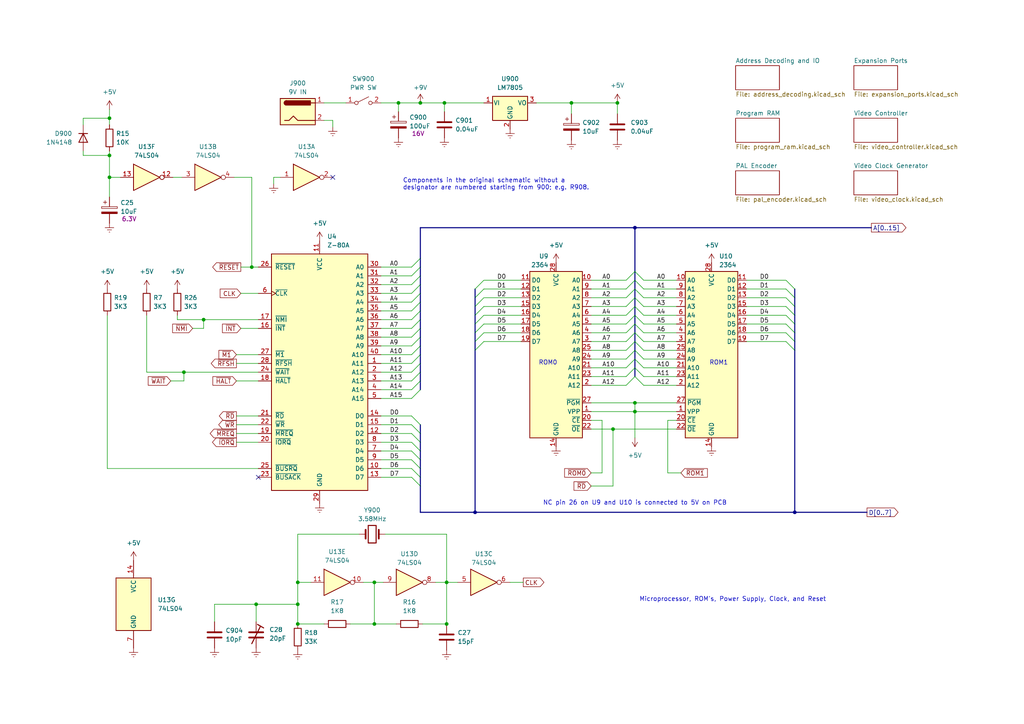
<source format=kicad_sch>
(kicad_sch (version 20230121) (generator eeschema)
  (paper "A4")
  (lib_symbols
    (symbol "74xx:74LS04"
      (property "Reference" "U" (at 0 1.27 0))
      (property "Value" "74LS04" (at 0 -1.27 0))
      (symbol "74LS04_1_0"
        (polyline (pts (xy -3.81 3.81) (xy -3.81 -3.81) (xy 3.81 0) (xy -3.81 3.81)) (stroke (width 0.254)) (fill (type background)))
        (pin input line (at -7.62 0 0) (length 3.81) (name "~") (number "1"))
        (pin output inverted (at 7.62 0 180) (length 3.81) (name "~") (number "2"))
      )
      (symbol "74LS04_2_0"
        (polyline (pts (xy -3.81 3.81) (xy -3.81 -3.81) (xy 3.81 0) (xy -3.81 3.81)) (stroke (width 0.254)) (fill (type background)))
        (pin input line (at -7.62 0 0) (length 3.81) (name "~") (number "3"))
        (pin output inverted (at 7.62 0 180) (length 3.81) (name "~") (number "4"))
      )
      (symbol "74LS04_3_0"
        (polyline (pts (xy -3.81 3.81) (xy -3.81 -3.81) (xy 3.81 0) (xy -3.81 3.81)) (stroke (width 0.254)) (fill (type background)))
        (pin input line (at -7.62 0 0) (length 3.81) (name "~") (number "5"))
        (pin output inverted (at 7.62 0 180) (length 3.81) (name "~") (number "6"))
      )
      (symbol "74LS04_4_0"
        (polyline (pts (xy -3.81 3.81) (xy -3.81 -3.81) (xy 3.81 0) (xy -3.81 3.81)) (stroke (width 0.254)) (fill (type background)))
        (pin output inverted (at 7.62 0 180) (length 3.81) (name "~") (number "8"))
        (pin input line (at -7.62 0 0) (length 3.81) (name "~") (number "9"))
      )
      (symbol "74LS04_5_0"
        (polyline (pts (xy -3.81 3.81) (xy -3.81 -3.81) (xy 3.81 0) (xy -3.81 3.81)) (stroke (width 0.254)) (fill (type background)))
        (pin output inverted (at 7.62 0 180) (length 3.81) (name "~") (number "10"))
        (pin input line (at -7.62 0 0) (length 3.81) (name "~") (number "11"))
      )
      (symbol "74LS04_6_0"
        (polyline (pts (xy -3.81 3.81) (xy -3.81 -3.81) (xy 3.81 0) (xy -3.81 3.81)) (stroke (width 0.254)) (fill (type background)))
        (pin output inverted (at 7.62 0 180) (length 3.81) (name "~") (number "12"))
        (pin input line (at -7.62 0 0) (length 3.81) (name "~") (number "13"))
      )
      (symbol "74LS04_7_0"
        (pin power_in line (at 0 12.7 270) (length 5.08) (name "VCC") (number "14"))
        (pin power_in line (at 0 -12.7 90) (length 5.08) (name "GND") (number "7"))
      )
      (symbol "74LS04_7_1"
        (rectangle (start -5.08 7.62) (end 5.08 -7.62) (stroke (width 0.254)) (fill (type background)))
      )
    )
    (symbol "CPU:Z80CPU" (pin_names (offset 1.016))
      (property "Reference" "U" (at -13.97 35.56 0))
      (property "Value" "Z80CPU" (at 6.35 35.56 0))
      (symbol "Z80CPU_0_1"
        (rectangle (start -13.97 34.29) (end 13.97 -34.29) (stroke (width 0.254)) (fill (type background)))
      )
      (symbol "Z80CPU_1_1"
        (pin output line (at 17.78 2.54 180) (length 3.81) (name "A11") (number "1"))
        (pin bidirectional line (at 17.78 -27.94 180) (length 3.81) (name "D6") (number "10"))
        (pin power_in line (at 0 38.1 270) (length 3.81) (name "VCC") (number "11"))
        (pin bidirectional line (at 17.78 -17.78 180) (length 3.81) (name "D2") (number "12"))
        (pin bidirectional line (at 17.78 -30.48 180) (length 3.81) (name "D7") (number "13"))
        (pin bidirectional line (at 17.78 -12.7 180) (length 3.81) (name "D0") (number "14"))
        (pin bidirectional line (at 17.78 -15.24 180) (length 3.81) (name "D1") (number "15"))
        (pin input line (at -17.78 12.7 0) (length 3.81) (name "~{INT}") (number "16"))
        (pin input line (at -17.78 15.24 0) (length 3.81) (name "~{NMI}") (number "17"))
        (pin output line (at -17.78 -2.54 0) (length 3.81) (name "~{HALT}") (number "18"))
        (pin output line (at -17.78 -17.78 0) (length 3.81) (name "~{MREQ}") (number "19"))
        (pin output line (at 17.78 0 180) (length 3.81) (name "A12") (number "2"))
        (pin output line (at -17.78 -20.32 0) (length 3.81) (name "~{IORQ}") (number "20"))
        (pin output line (at -17.78 -12.7 0) (length 3.81) (name "~{RD}") (number "21"))
        (pin output line (at -17.78 -15.24 0) (length 3.81) (name "~{WR}") (number "22"))
        (pin output line (at -17.78 -30.48 0) (length 3.81) (name "~{BUSACK}") (number "23"))
        (pin input line (at -17.78 0 0) (length 3.81) (name "~{WAIT}") (number "24"))
        (pin input line (at -17.78 -27.94 0) (length 3.81) (name "~{BUSRQ}") (number "25"))
        (pin input line (at -17.78 30.48 0) (length 3.81) (name "~{RESET}") (number "26"))
        (pin output line (at -17.78 5.08 0) (length 3.81) (name "~{M1}") (number "27"))
        (pin output line (at -17.78 2.54 0) (length 3.81) (name "~{RFSH}") (number "28"))
        (pin power_in line (at 0 -38.1 90) (length 3.81) (name "GND") (number "29"))
        (pin output line (at 17.78 -2.54 180) (length 3.81) (name "A13") (number "3"))
        (pin output line (at 17.78 30.48 180) (length 3.81) (name "A0") (number "30"))
        (pin output line (at 17.78 27.94 180) (length 3.81) (name "A1") (number "31"))
        (pin output line (at 17.78 25.4 180) (length 3.81) (name "A2") (number "32"))
        (pin output line (at 17.78 22.86 180) (length 3.81) (name "A3") (number "33"))
        (pin output line (at 17.78 20.32 180) (length 3.81) (name "A4") (number "34"))
        (pin output line (at 17.78 17.78 180) (length 3.81) (name "A5") (number "35"))
        (pin output line (at 17.78 15.24 180) (length 3.81) (name "A6") (number "36"))
        (pin output line (at 17.78 12.7 180) (length 3.81) (name "A7") (number "37"))
        (pin output line (at 17.78 10.16 180) (length 3.81) (name "A8") (number "38"))
        (pin output line (at 17.78 7.62 180) (length 3.81) (name "A9") (number "39"))
        (pin output line (at 17.78 -5.08 180) (length 3.81) (name "A14") (number "4"))
        (pin output line (at 17.78 5.08 180) (length 3.81) (name "A10") (number "40"))
        (pin output line (at 17.78 -7.62 180) (length 3.81) (name "A15") (number "5"))
        (pin input clock (at -17.78 22.86 0) (length 3.81) (name "~{CLK}") (number "6"))
        (pin bidirectional line (at 17.78 -22.86 180) (length 3.81) (name "D4") (number "7"))
        (pin bidirectional line (at 17.78 -20.32 180) (length 3.81) (name "D3") (number "8"))
        (pin bidirectional line (at 17.78 -25.4 180) (length 3.81) (name "D5") (number "9"))
      )
    )
    (symbol "Connector:Barrel_Jack" (pin_names (offset 1.016))
      (property "Reference" "J" (at 0 5.334 0))
      (property "Value" "Barrel_Jack" (at 0 -5.08 0))
      (symbol "Barrel_Jack_0_1"
        (rectangle (start -5.08 3.81) (end 5.08 -3.81) (stroke (width 0.254)) (fill (type background)))
        (arc (start -3.302 3.175) (mid -3.9343 2.54) (end -3.302 1.905) (stroke (width 0.254)))
        (arc (start -3.302 3.175) (mid -3.9343 2.54) (end -3.302 1.905) (stroke (width 0.254)) (fill (type outline)))
        (polyline (pts (xy 5.08 2.54) (xy 3.81 2.54)) (stroke (width 0.254)))
        (polyline (pts (xy -3.81 -2.54) (xy -2.54 -2.54) (xy -1.27 -1.27) (xy 0 -2.54) (xy 2.54 -2.54) (xy 5.08 -2.54)) (stroke (width 0.254)))
        (rectangle (start 3.683 3.175) (end -3.302 1.905) (stroke (width 0.254)) (fill (type outline)))
      )
      (symbol "Barrel_Jack_1_1"
        (pin passive line (at 7.62 2.54 180) (length 2.54) (name "~") (number "1"))
        (pin passive line (at 7.62 -2.54 180) (length 2.54) (name "~") (number "2"))
      )
    )
    (symbol "Device:C" (pin_numbers hide) (pin_names (offset 0.254))
      (property "Reference" "C" (at 0.635 2.54 0))
      (property "Value" "C" (at 0.635 -2.54 0))
      (symbol "C_0_1"
        (polyline (pts (xy -2.032 -0.762) (xy 2.032 -0.762)) (stroke (width 0.508)))
        (polyline (pts (xy -2.032 0.762) (xy 2.032 0.762)) (stroke (width 0.508)))
      )
      (symbol "C_1_1"
        (pin passive line (at 0 3.81 270) (length 2.794) (name "~") (number "1"))
        (pin passive line (at 0 -3.81 90) (length 2.794) (name "~") (number "2"))
      )
    )
    (symbol "Device:C_Polarized" (pin_numbers hide) (pin_names (offset 0.254))
      (property "Reference" "C" (at 0.635 2.54 0))
      (property "Value" "C_Polarized" (at 0.635 -2.54 0))
      (symbol "C_Polarized_0_1"
        (rectangle (start -2.286 0.508) (end 2.286 1.016))
        (polyline (pts (xy -1.778 2.286) (xy -0.762 2.286)))
        (polyline (pts (xy -1.27 2.794) (xy -1.27 1.778)))
        (rectangle (start 2.286 -0.508) (end -2.286 -1.016) (fill (type outline)))
      )
      (symbol "C_Polarized_1_1"
        (pin passive line (at 0 3.81 270) (length 2.794) (name "~") (number "1"))
        (pin passive line (at 0 -3.81 90) (length 2.794) (name "~") (number "2"))
      )
    )
    (symbol "Device:C_Trim" (pin_numbers hide) (pin_names (offset 0.254) hide)
      (property "Reference" "C" (at 1.524 -2.032 0))
      (property "Value" "C_Trim" (at 3.048 -3.556 0))
      (symbol "C_Trim_0_1"
        (polyline (pts (xy -2.032 -0.762) (xy 2.032 -0.762)) (stroke (width 0.508)))
        (polyline (pts (xy -2.032 0.762) (xy 2.032 0.762)) (stroke (width 0.508)))
        (polyline (pts (xy 1.27 2.54) (xy -1.27 -2.54)) (stroke (width 0.3048)))
        (polyline (pts (xy 1.27 2.54) (xy 0.381 3.048)) (stroke (width 0.3048)))
        (polyline (pts (xy 1.27 2.54) (xy 2.159 2.032)) (stroke (width 0.3048)))
      )
      (symbol "C_Trim_1_1"
        (pin passive line (at 0 3.81 270) (length 3.048) (name "~") (number "1"))
        (pin passive line (at 0 -3.81 90) (length 3.048) (name "~") (number "2"))
      )
    )
    (symbol "Device:Crystal" (pin_numbers hide) (pin_names (offset 1.016) hide)
      (property "Reference" "Y" (at 0 3.81 0))
      (property "Value" "Crystal" (at 0 -3.81 0))
      (symbol "Crystal_0_1"
        (rectangle (start -1.143 2.54) (end 1.143 -2.54) (stroke (width 0.3048)))
        (polyline (pts (xy -2.54 0) (xy -1.905 0)))
        (polyline (pts (xy -1.905 -1.27) (xy -1.905 1.27)) (stroke (width 0.508)))
        (polyline (pts (xy 1.905 -1.27) (xy 1.905 1.27)) (stroke (width 0.508)))
        (polyline (pts (xy 2.54 0) (xy 1.905 0)))
      )
      (symbol "Crystal_1_1"
        (pin passive line (at -3.81 0 0) (length 1.27) (name "1") (number "1"))
        (pin passive line (at 3.81 0 180) (length 1.27) (name "2") (number "2"))
      )
    )
    (symbol "Device:R" (pin_numbers hide) (pin_names (offset 0))
      (property "Reference" "R" (at 2.032 0 90))
      (property "Value" "R" (at 0 0 90))
      (symbol "R_0_1"
        (rectangle (start -1.016 -2.54) (end 1.016 2.54) (stroke (width 0.254)))
      )
      (symbol "R_1_1"
        (pin passive line (at 0 3.81 270) (length 1.27) (name "~") (number "1"))
        (pin passive line (at 0 -3.81 90) (length 1.27) (name "~") (number "2"))
      )
    )
    (symbol "Diode:1N4148" (pin_numbers hide) (pin_names hide)
      (property "Reference" "D" (at 0 2.54 0))
      (property "Value" "1N4148" (at 0 -2.54 0))
      (symbol "1N4148_0_1"
        (polyline (pts (xy -1.27 1.27) (xy -1.27 -1.27)) (stroke (width 0.254)))
        (polyline (pts (xy 1.27 0) (xy -1.27 0)))
        (polyline (pts (xy 1.27 1.27) (xy 1.27 -1.27) (xy -1.27 0) (xy 1.27 1.27)) (stroke (width 0.254)))
      )
      (symbol "1N4148_1_1"
        (pin passive line (at -3.81 0 0) (length 2.54) (name "K") (number "1"))
        (pin passive line (at 3.81 0 180) (length 2.54) (name "A") (number "2"))
      )
    )
    (symbol "Memory_EPROM:2764"
      (property "Reference" "U" (at -7.62 24.13 0))
      (property "Value" "2764" (at 2.54 -26.67 0))
      (symbol "2764_1_1"
        (rectangle (start -7.62 22.86) (end 7.62 -25.4) (stroke (width 0.254)) (fill (type background)))
        (pin input line (at -10.16 -17.78 0) (length 2.54) (name "VPP") (number "1"))
        (pin input line (at -10.16 20.32 0) (length 2.54) (name "A0") (number "10"))
        (pin tri_state line (at 10.16 20.32 180) (length 2.54) (name "D0") (number "11"))
        (pin tri_state line (at 10.16 17.78 180) (length 2.54) (name "D1") (number "12"))
        (pin tri_state line (at 10.16 15.24 180) (length 2.54) (name "D2") (number "13"))
        (pin power_in line (at 0 -27.94 90) (length 2.54) (name "GND") (number "14"))
        (pin tri_state line (at 10.16 12.7 180) (length 2.54) (name "D3") (number "15"))
        (pin tri_state line (at 10.16 10.16 180) (length 2.54) (name "D4") (number "16"))
        (pin tri_state line (at 10.16 7.62 180) (length 2.54) (name "D5") (number "17"))
        (pin tri_state line (at 10.16 5.08 180) (length 2.54) (name "D6") (number "18"))
        (pin tri_state line (at 10.16 2.54 180) (length 2.54) (name "D7") (number "19"))
        (pin input line (at -10.16 -10.16 0) (length 2.54) (name "A12") (number "2"))
        (pin input line (at -10.16 -20.32 0) (length 2.54) (name "~{CE}") (number "20"))
        (pin input line (at -10.16 -5.08 0) (length 2.54) (name "A10") (number "21"))
        (pin input line (at -10.16 -22.86 0) (length 2.54) (name "~{OE}") (number "22"))
        (pin input line (at -10.16 -7.62 0) (length 2.54) (name "A11") (number "23"))
        (pin input line (at -10.16 -2.54 0) (length 2.54) (name "A9") (number "24"))
        (pin input line (at -10.16 0 0) (length 2.54) (name "A8") (number "25"))
        (pin no_connect line (at 7.62 0 180) (length 2.54) hide (name "NC") (number "26"))
        (pin input line (at -10.16 -15.24 0) (length 2.54) (name "~{PGM}") (number "27"))
        (pin power_in line (at 0 25.4 270) (length 2.54) (name "VCC") (number "28"))
        (pin input line (at -10.16 2.54 0) (length 2.54) (name "A7") (number "3"))
        (pin input line (at -10.16 5.08 0) (length 2.54) (name "A6") (number "4"))
        (pin input line (at -10.16 7.62 0) (length 2.54) (name "A5") (number "5"))
        (pin input line (at -10.16 10.16 0) (length 2.54) (name "A4") (number "6"))
        (pin input line (at -10.16 12.7 0) (length 2.54) (name "A3") (number "7"))
        (pin input line (at -10.16 15.24 0) (length 2.54) (name "A2") (number "8"))
        (pin input line (at -10.16 17.78 0) (length 2.54) (name "A1") (number "9"))
      )
    )
    (symbol "Regulator_Linear:LM7805_TO220" (pin_names (offset 0.254))
      (property "Reference" "U" (at -3.81 3.175 0))
      (property "Value" "LM7805_TO220" (at 0 3.175 0))
      (symbol "LM7805_TO220_0_1"
        (rectangle (start -5.08 1.905) (end 5.08 -5.08) (stroke (width 0.254)) (fill (type background)))
      )
      (symbol "LM7805_TO220_1_1"
        (pin power_in line (at -7.62 0 0) (length 2.54) (name "VI") (number "1"))
        (pin power_in line (at 0 -7.62 90) (length 2.54) (name "GND") (number "2"))
        (pin power_out line (at 7.62 0 180) (length 2.54) (name "VO") (number "3"))
      )
    )
    (symbol "Switch:SW_SPST" (pin_names (offset 0) hide)
      (property "Reference" "SW" (at 0 3.175 0))
      (property "Value" "SW_SPST" (at 0 -2.54 0))
      (symbol "SW_SPST_0_0"
        (circle (center -2.032 0) (radius 0.508))
        (polyline (pts (xy -1.524 0.254) (xy 1.524 1.778)))
        (circle (center 2.032 0) (radius 0.508))
      )
      (symbol "SW_SPST_1_1"
        (pin passive line (at -5.08 0 0) (length 2.54) (name "A") (number "1"))
        (pin passive line (at 5.08 0 180) (length 2.54) (name "B") (number "2"))
      )
    )
    (symbol "power:+5V" (power) (pin_names (offset 0))
      (property "Value" "+5V" (at 0 3.556 0))
      (symbol "+5V_0_1"
        (polyline (pts (xy -0.762 1.27) (xy 0 2.54)))
        (polyline (pts (xy 0 0) (xy 0 2.54)))
        (polyline (pts (xy 0 2.54) (xy 0.762 1.27)))
      )
      (symbol "+5V_1_1"
        (pin power_in line (at 0 0 90) (length 0) hide (name "+5V") (number "1"))
      )
    )
    (symbol "power:+9V" (power) (pin_names (offset 0))
      (property "Value" "+9V" (at 0 3.556 0))
      (symbol "+9V_0_1"
        (polyline (pts (xy -0.762 1.27) (xy 0 2.54)))
        (polyline (pts (xy 0 0) (xy 0 2.54)))
        (polyline (pts (xy 0 2.54) (xy 0.762 1.27)))
      )
      (symbol "+9V_1_1"
        (pin power_in line (at 0 0 90) (length 0) hide (name "+9V") (number "1"))
      )
    )
    (symbol "power:Earth" (power) (pin_names (offset 0))
      (symbol "Earth_0_1"
        (polyline (pts (xy -0.635 -1.905) (xy 0.635 -1.905)))
        (polyline (pts (xy -0.127 -2.54) (xy 0.127 -2.54)))
        (polyline (pts (xy 0 -1.27) (xy 0 0)))
        (polyline (pts (xy 1.27 -1.27) (xy -1.27 -1.27)))
      )
      (symbol "Earth_1_1"
        (pin power_in line (at 0 0 270) (length 0) hide (name "Earth") (number "1"))
      )
    )
  )
  (junction (at 137.795 148.59))
  (junction (at 74.295 175.26))
  (junction (at 115.57 29.845))
  (junction (at 184.15 119.38))
  (junction (at 108.585 168.91))
  (junction (at 179.07 29.845))
  (junction (at 177.8 124.46))
  (junction (at 86.36 168.91))
  (junction (at 230.505 148.59))
  (junction (at 184.15 116.84))
  (junction (at 129.54 180.975))
  (junction (at 31.75 45.085))
  (junction (at 128.905 29.845))
  (junction (at 108.585 180.975))
  (junction (at 184.15 66.04))
  (junction (at 121.92 29.845))
  (junction (at 73.025 77.47))
  (junction (at 86.36 175.26))
  (junction (at 165.735 29.845))
  (junction (at 129.54 168.91))
  (junction (at 31.75 34.29))
  (junction (at 86.36 180.975))
  (junction (at 53.34 107.95))
  (junction (at 31.75 51.435))
  (junction (at 59.055 92.71))
  (no_connect (at 74.93 138.43))
  (no_connect (at 96.52 51.435))
  (bus_entry (at 119.38 77.47) (size 2.54 -2.54))
  (bus_entry (at 119.38 102.87) (size 2.54 -2.54))
  (bus_entry (at 119.38 97.79) (size 2.54 -2.54))
  (bus_entry (at 181.61 104.14) (size 2.54 -2.54))
  (bus_entry (at 140.335 93.98) (size -2.54 2.54))
  (bus_entry (at 181.61 88.9) (size 2.54 -2.54))
  (bus_entry (at 140.335 83.82) (size -2.54 2.54))
  (bus_entry (at 140.335 99.06) (size -2.54 2.54))
  (bus_entry (at 186.69 81.28) (size -2.54 -2.54))
  (bus_entry (at 119.38 100.33) (size 2.54 -2.54))
  (bus_entry (at 186.69 93.98) (size -2.54 -2.54))
  (bus_entry (at 227.965 81.28) (size 2.54 2.54))
  (bus_entry (at 227.965 93.98) (size 2.54 2.54))
  (bus_entry (at 119.38 105.41) (size 2.54 -2.54))
  (bus_entry (at 119.38 130.81) (size 2.54 2.54))
  (bus_entry (at 119.38 85.09) (size 2.54 -2.54))
  (bus_entry (at 227.965 83.82) (size 2.54 2.54))
  (bus_entry (at 119.38 113.03) (size 2.54 -2.54))
  (bus_entry (at 119.38 107.95) (size 2.54 -2.54))
  (bus_entry (at 186.69 91.44) (size -2.54 -2.54))
  (bus_entry (at 227.965 91.44) (size 2.54 2.54))
  (bus_entry (at 181.61 91.44) (size 2.54 -2.54))
  (bus_entry (at 186.69 86.36) (size -2.54 -2.54))
  (bus_entry (at 119.38 128.27) (size 2.54 2.54))
  (bus_entry (at 119.38 123.19) (size 2.54 2.54))
  (bus_entry (at 119.38 92.71) (size 2.54 -2.54))
  (bus_entry (at 181.61 93.98) (size 2.54 -2.54))
  (bus_entry (at 186.69 109.22) (size -2.54 -2.54))
  (bus_entry (at 119.38 120.65) (size 2.54 2.54))
  (bus_entry (at 119.38 82.55) (size 2.54 -2.54))
  (bus_entry (at 140.335 81.28) (size -2.54 2.54))
  (bus_entry (at 119.38 115.57) (size 2.54 -2.54))
  (bus_entry (at 186.69 83.82) (size -2.54 -2.54))
  (bus_entry (at 119.38 95.25) (size 2.54 -2.54))
  (bus_entry (at 181.61 83.82) (size 2.54 -2.54))
  (bus_entry (at 181.61 81.28) (size 2.54 -2.54))
  (bus_entry (at 181.61 101.6) (size 2.54 -2.54))
  (bus_entry (at 186.69 101.6) (size -2.54 -2.54))
  (bus_entry (at 119.38 110.49) (size 2.54 -2.54))
  (bus_entry (at 181.61 99.06) (size 2.54 -2.54))
  (bus_entry (at 181.61 109.22) (size 2.54 -2.54))
  (bus_entry (at 140.335 91.44) (size -2.54 2.54))
  (bus_entry (at 119.38 125.73) (size 2.54 2.54))
  (bus_entry (at 186.69 106.68) (size -2.54 -2.54))
  (bus_entry (at 186.69 99.06) (size -2.54 -2.54))
  (bus_entry (at 119.38 87.63) (size 2.54 -2.54))
  (bus_entry (at 140.335 96.52) (size -2.54 2.54))
  (bus_entry (at 186.69 88.9) (size -2.54 -2.54))
  (bus_entry (at 181.61 111.76) (size 2.54 -2.54))
  (bus_entry (at 140.335 86.36) (size -2.54 2.54))
  (bus_entry (at 181.61 106.68) (size 2.54 -2.54))
  (bus_entry (at 119.38 133.35) (size 2.54 2.54))
  (bus_entry (at 181.61 96.52) (size 2.54 -2.54))
  (bus_entry (at 140.335 88.9) (size -2.54 2.54))
  (bus_entry (at 186.69 111.76) (size -2.54 -2.54))
  (bus_entry (at 119.38 90.17) (size 2.54 -2.54))
  (bus_entry (at 186.69 96.52) (size -2.54 -2.54))
  (bus_entry (at 227.965 88.9) (size 2.54 2.54))
  (bus_entry (at 119.38 138.43) (size 2.54 2.54))
  (bus_entry (at 227.965 99.06) (size 2.54 2.54))
  (bus_entry (at 227.965 86.36) (size 2.54 2.54))
  (bus_entry (at 186.69 104.14) (size -2.54 -2.54))
  (bus_entry (at 181.61 86.36) (size 2.54 -2.54))
  (bus_entry (at 227.965 96.52) (size 2.54 2.54))
  (bus_entry (at 119.38 135.89) (size 2.54 2.54))
  (bus_entry (at 119.38 80.01) (size 2.54 -2.54))
  (wire (pts (xy 68.58 125.73) (xy 74.93 125.73)))
  (wire (pts (xy 122.555 180.975) (xy 129.54 180.975)))
  (wire (pts (xy 110.49 130.81) (xy 119.38 130.81)))
  (wire (pts (xy 140.335 81.28) (xy 151.13 81.28)))
  (wire (pts (xy 31.75 45.085) (xy 31.75 51.435)))
  (wire (pts (xy 110.49 135.89) (xy 119.38 135.89)))
  (wire (pts (xy 68.58 110.49) (xy 74.93 110.49)))
  (wire (pts (xy 69.85 95.25) (xy 74.93 95.25)))
  (wire (pts (xy 197.485 137.16) (xy 193.675 137.16)))
  (wire (pts (xy 55.88 95.25) (xy 59.055 95.25)))
  (bus (pts (xy 230.505 93.98) (xy 230.505 96.52)))
  (wire (pts (xy 216.535 93.98) (xy 227.965 93.98)))
  (wire (pts (xy 86.36 175.26) (xy 86.36 168.91)))
  (wire (pts (xy 110.49 113.03) (xy 119.38 113.03)))
  (wire (pts (xy 140.335 88.9) (xy 151.13 88.9)))
  (wire (pts (xy 111.76 154.94) (xy 129.54 154.94)))
  (wire (pts (xy 110.49 138.43) (xy 119.38 138.43)))
  (wire (pts (xy 171.45 93.98) (xy 181.61 93.98)))
  (wire (pts (xy 110.49 115.57) (xy 119.38 115.57)))
  (wire (pts (xy 171.45 99.06) (xy 181.61 99.06)))
  (wire (pts (xy 31.75 34.29) (xy 31.75 36.195)))
  (wire (pts (xy 165.735 29.845) (xy 179.07 29.845)))
  (wire (pts (xy 108.585 168.91) (xy 108.585 180.975)))
  (bus (pts (xy 184.15 101.6) (xy 184.15 104.14)))
  (wire (pts (xy 140.335 86.36) (xy 151.13 86.36)))
  (wire (pts (xy 186.69 111.76) (xy 196.215 111.76)))
  (bus (pts (xy 121.92 105.41) (xy 121.92 102.87)))
  (wire (pts (xy 186.69 81.28) (xy 196.215 81.28)))
  (bus (pts (xy 121.92 113.03) (xy 121.92 110.49)))
  (bus (pts (xy 137.795 88.9) (xy 137.795 91.44)))
  (bus (pts (xy 121.92 138.43) (xy 121.92 140.97)))
  (bus (pts (xy 184.15 83.82) (xy 184.15 86.36)))
  (wire (pts (xy 216.535 83.82) (xy 227.965 83.82)))
  (wire (pts (xy 73.025 77.47) (xy 74.93 77.47)))
  (wire (pts (xy 110.49 110.49) (xy 119.38 110.49)))
  (wire (pts (xy 165.735 29.845) (xy 165.735 33.02)))
  (wire (pts (xy 140.335 96.52) (xy 151.13 96.52)))
  (wire (pts (xy 121.92 29.845) (xy 128.905 29.845)))
  (wire (pts (xy 186.69 99.06) (xy 196.215 99.06)))
  (wire (pts (xy 108.585 168.91) (xy 111.125 168.91)))
  (wire (pts (xy 110.49 133.35) (xy 119.38 133.35)))
  (wire (pts (xy 93.98 180.975) (xy 86.36 180.975)))
  (bus (pts (xy 121.92 125.73) (xy 121.92 128.27)))
  (wire (pts (xy 171.45 111.76) (xy 181.61 111.76)))
  (wire (pts (xy 74.93 107.95) (xy 53.34 107.95)))
  (bus (pts (xy 137.795 96.52) (xy 137.795 99.06)))
  (wire (pts (xy 184.15 116.84) (xy 196.215 116.84)))
  (bus (pts (xy 121.92 102.87) (xy 121.92 100.33)))
  (bus (pts (xy 184.15 104.14) (xy 184.15 106.68)))
  (wire (pts (xy 49.53 110.49) (xy 53.34 110.49)))
  (wire (pts (xy 110.49 123.19) (xy 119.38 123.19)))
  (wire (pts (xy 81.28 51.435) (xy 79.375 51.435)))
  (bus (pts (xy 121.92 77.47) (xy 121.92 74.93)))
  (bus (pts (xy 121.92 123.19) (xy 121.92 125.73)))
  (bus (pts (xy 121.92 130.81) (xy 121.92 133.35)))
  (wire (pts (xy 216.535 96.52) (xy 227.965 96.52)))
  (wire (pts (xy 101.6 180.975) (xy 108.585 180.975)))
  (wire (pts (xy 93.98 34.925) (xy 96.52 34.925)))
  (wire (pts (xy 186.69 109.22) (xy 196.215 109.22)))
  (wire (pts (xy 174.625 137.16) (xy 174.625 121.92)))
  (bus (pts (xy 121.92 100.33) (xy 121.92 97.79)))
  (bus (pts (xy 137.795 86.36) (xy 137.795 88.9)))
  (wire (pts (xy 73.025 51.435) (xy 73.025 77.47)))
  (wire (pts (xy 193.675 121.92) (xy 196.215 121.92)))
  (wire (pts (xy 216.535 86.36) (xy 227.965 86.36)))
  (wire (pts (xy 110.49 128.27) (xy 119.38 128.27)))
  (wire (pts (xy 110.49 90.17) (xy 119.38 90.17)))
  (wire (pts (xy 171.45 88.9) (xy 181.61 88.9)))
  (wire (pts (xy 110.49 77.47) (xy 119.38 77.47)))
  (bus (pts (xy 121.92 80.01) (xy 121.92 77.47)))
  (wire (pts (xy 53.34 110.49) (xy 53.34 107.95)))
  (wire (pts (xy 110.49 80.01) (xy 119.38 80.01)))
  (wire (pts (xy 115.57 29.845) (xy 121.92 29.845)))
  (wire (pts (xy 186.69 91.44) (xy 196.215 91.44)))
  (bus (pts (xy 184.15 78.74) (xy 184.15 81.28)))
  (bus (pts (xy 184.15 99.06) (xy 184.15 101.6)))
  (wire (pts (xy 62.23 175.26) (xy 74.295 175.26)))
  (wire (pts (xy 110.49 120.65) (xy 119.38 120.65)))
  (wire (pts (xy 184.15 116.84) (xy 184.15 119.38)))
  (wire (pts (xy 171.45 140.97) (xy 177.8 140.97)))
  (wire (pts (xy 171.45 86.36) (xy 181.61 86.36)))
  (bus (pts (xy 121.92 135.89) (xy 121.92 138.43)))
  (bus (pts (xy 137.795 148.59) (xy 230.505 148.59)))
  (wire (pts (xy 147.955 168.91) (xy 151.765 168.91)))
  (wire (pts (xy 31.75 31.75) (xy 31.75 34.29)))
  (wire (pts (xy 31.75 51.435) (xy 31.75 57.15)))
  (wire (pts (xy 68.58 105.41) (xy 74.93 105.41)))
  (wire (pts (xy 53.34 107.95) (xy 42.545 107.95)))
  (wire (pts (xy 171.45 91.44) (xy 181.61 91.44)))
  (wire (pts (xy 171.45 101.6) (xy 181.61 101.6)))
  (wire (pts (xy 115.57 29.845) (xy 115.57 32.385)))
  (bus (pts (xy 121.92 66.04) (xy 121.92 74.93)))
  (wire (pts (xy 171.45 137.16) (xy 174.625 137.16)))
  (wire (pts (xy 24.13 36.195) (xy 24.13 34.29)))
  (wire (pts (xy 171.45 116.84) (xy 184.15 116.84)))
  (wire (pts (xy 186.69 96.52) (xy 196.215 96.52)))
  (wire (pts (xy 96.52 34.925) (xy 96.52 36.83)))
  (wire (pts (xy 184.15 119.38) (xy 184.15 127)))
  (wire (pts (xy 171.45 109.22) (xy 181.61 109.22)))
  (wire (pts (xy 186.69 106.68) (xy 196.215 106.68)))
  (wire (pts (xy 79.375 51.435) (xy 79.375 53.34)))
  (wire (pts (xy 51.435 92.71) (xy 51.435 91.44)))
  (bus (pts (xy 184.15 106.68) (xy 184.15 109.22)))
  (bus (pts (xy 230.505 83.82) (xy 230.505 86.36)))
  (wire (pts (xy 171.45 83.82) (xy 181.61 83.82)))
  (wire (pts (xy 110.49 107.95) (xy 119.38 107.95)))
  (wire (pts (xy 129.54 154.94) (xy 129.54 168.91)))
  (wire (pts (xy 171.45 124.46) (xy 177.8 124.46)))
  (wire (pts (xy 216.535 99.06) (xy 227.965 99.06)))
  (bus (pts (xy 121.92 140.97) (xy 121.92 148.59)))
  (wire (pts (xy 186.69 88.9) (xy 196.215 88.9)))
  (wire (pts (xy 74.295 175.26) (xy 86.36 175.26)))
  (wire (pts (xy 140.335 91.44) (xy 151.13 91.44)))
  (wire (pts (xy 140.335 93.98) (xy 151.13 93.98)))
  (wire (pts (xy 129.54 168.91) (xy 132.715 168.91)))
  (wire (pts (xy 216.535 88.9) (xy 227.965 88.9)))
  (wire (pts (xy 24.13 45.085) (xy 31.75 45.085)))
  (wire (pts (xy 177.8 124.46) (xy 196.215 124.46)))
  (wire (pts (xy 129.54 180.975) (xy 129.54 168.91)))
  (wire (pts (xy 24.13 34.29) (xy 31.75 34.29)))
  (bus (pts (xy 137.795 83.82) (xy 137.795 86.36)))
  (bus (pts (xy 137.795 99.06) (xy 137.795 101.6)))
  (wire (pts (xy 179.07 29.845) (xy 179.07 33.02)))
  (wire (pts (xy 193.675 137.16) (xy 193.675 121.92)))
  (bus (pts (xy 121.92 110.49) (xy 121.92 107.95)))
  (wire (pts (xy 184.15 119.38) (xy 196.215 119.38)))
  (wire (pts (xy 128.905 29.845) (xy 128.905 32.385)))
  (wire (pts (xy 62.23 180.34) (xy 62.23 175.26)))
  (wire (pts (xy 74.93 135.89) (xy 31.115 135.89)))
  (wire (pts (xy 68.58 128.27) (xy 74.93 128.27)))
  (wire (pts (xy 216.535 81.28) (xy 227.965 81.28)))
  (wire (pts (xy 110.49 97.79) (xy 119.38 97.79)))
  (bus (pts (xy 121.92 90.17) (xy 121.92 87.63)))
  (bus (pts (xy 121.92 66.04) (xy 184.15 66.04)))
  (wire (pts (xy 186.69 83.82) (xy 196.215 83.82)))
  (wire (pts (xy 24.13 43.815) (xy 24.13 45.085)))
  (bus (pts (xy 121.92 92.71) (xy 121.92 90.17)))
  (wire (pts (xy 186.69 101.6) (xy 196.215 101.6)))
  (bus (pts (xy 230.505 86.36) (xy 230.505 88.9)))
  (wire (pts (xy 110.49 92.71) (xy 119.38 92.71)))
  (wire (pts (xy 68.58 120.65) (xy 74.93 120.65)))
  (bus (pts (xy 184.15 86.36) (xy 184.15 88.9)))
  (wire (pts (xy 110.49 125.73) (xy 119.38 125.73)))
  (wire (pts (xy 174.625 121.92) (xy 171.45 121.92)))
  (wire (pts (xy 171.45 96.52) (xy 181.61 96.52)))
  (wire (pts (xy 59.055 95.25) (xy 59.055 92.71)))
  (wire (pts (xy 171.45 104.14) (xy 181.61 104.14)))
  (bus (pts (xy 121.92 97.79) (xy 121.92 95.25)))
  (wire (pts (xy 171.45 119.38) (xy 184.15 119.38)))
  (bus (pts (xy 121.92 82.55) (xy 121.92 80.01)))
  (wire (pts (xy 108.585 180.975) (xy 114.935 180.975)))
  (bus (pts (xy 121.92 133.35) (xy 121.92 135.89)))
  (wire (pts (xy 110.49 100.33) (xy 119.38 100.33)))
  (wire (pts (xy 68.58 102.87) (xy 74.93 102.87)))
  (wire (pts (xy 31.75 43.815) (xy 31.75 45.085)))
  (wire (pts (xy 110.49 82.55) (xy 119.38 82.55)))
  (wire (pts (xy 34.925 51.435) (xy 31.75 51.435)))
  (wire (pts (xy 171.45 81.28) (xy 181.61 81.28)))
  (wire (pts (xy 67.945 51.435) (xy 73.025 51.435)))
  (bus (pts (xy 230.505 88.9) (xy 230.505 91.44)))
  (wire (pts (xy 140.335 83.82) (xy 151.13 83.82)))
  (wire (pts (xy 110.49 87.63) (xy 119.38 87.63)))
  (bus (pts (xy 121.92 128.27) (xy 121.92 130.81)))
  (wire (pts (xy 171.45 106.68) (xy 181.61 106.68)))
  (bus (pts (xy 230.505 101.6) (xy 230.505 148.59)))
  (wire (pts (xy 86.36 154.94) (xy 86.36 168.91)))
  (bus (pts (xy 121.92 107.95) (xy 121.92 105.41)))
  (wire (pts (xy 216.535 91.44) (xy 227.965 91.44)))
  (wire (pts (xy 155.575 29.845) (xy 165.735 29.845)))
  (bus (pts (xy 137.795 91.44) (xy 137.795 93.98)))
  (wire (pts (xy 186.69 86.36) (xy 196.215 86.36)))
  (wire (pts (xy 128.905 29.845) (xy 140.335 29.845)))
  (bus (pts (xy 121.92 95.25) (xy 121.92 92.71)))
  (wire (pts (xy 69.85 77.47) (xy 73.025 77.47)))
  (wire (pts (xy 110.49 85.09) (xy 119.38 85.09)))
  (wire (pts (xy 59.055 92.71) (xy 51.435 92.71)))
  (bus (pts (xy 230.505 96.52) (xy 230.505 99.06)))
  (wire (pts (xy 110.49 102.87) (xy 119.38 102.87)))
  (wire (pts (xy 93.98 29.845) (xy 100.33 29.845)))
  (bus (pts (xy 184.15 91.44) (xy 184.15 93.98)))
  (wire (pts (xy 110.49 95.25) (xy 119.38 95.25)))
  (wire (pts (xy 86.36 180.975) (xy 86.36 175.26)))
  (bus (pts (xy 121.92 85.09) (xy 121.92 82.55)))
  (wire (pts (xy 69.85 85.09) (xy 74.93 85.09)))
  (bus (pts (xy 184.15 81.28) (xy 184.15 83.82)))
  (wire (pts (xy 110.49 105.41) (xy 119.38 105.41)))
  (wire (pts (xy 177.8 124.46) (xy 177.8 140.97)))
  (wire (pts (xy 31.115 135.89) (xy 31.115 91.44)))
  (bus (pts (xy 184.15 93.98) (xy 184.15 96.52)))
  (bus (pts (xy 137.795 101.6) (xy 137.795 148.59)))
  (wire (pts (xy 105.41 168.91) (xy 108.585 168.91)))
  (bus (pts (xy 230.505 91.44) (xy 230.505 93.98)))
  (bus (pts (xy 121.92 87.63) (xy 121.92 85.09)))
  (wire (pts (xy 50.165 51.435) (xy 52.705 51.435)))
  (wire (pts (xy 68.58 123.19) (xy 74.93 123.19)))
  (bus (pts (xy 184.15 66.04) (xy 184.15 78.74)))
  (wire (pts (xy 74.93 92.71) (xy 59.055 92.71)))
  (bus (pts (xy 184.15 88.9) (xy 184.15 91.44)))
  (bus (pts (xy 184.15 96.52) (xy 184.15 99.06)))
  (wire (pts (xy 42.545 107.95) (xy 42.545 91.44)))
  (wire (pts (xy 186.69 93.98) (xy 196.215 93.98)))
  (wire (pts (xy 86.36 168.91) (xy 90.17 168.91)))
  (wire (pts (xy 126.365 168.91) (xy 129.54 168.91)))
  (wire (pts (xy 104.14 154.94) (xy 86.36 154.94)))
  (wire (pts (xy 74.295 175.26) (xy 74.295 180.34)))
  (bus (pts (xy 230.505 148.59) (xy 251.46 148.59)))
  (bus (pts (xy 230.505 99.06) (xy 230.505 101.6)))
  (wire (pts (xy 186.69 104.14) (xy 196.215 104.14)))
  (wire (pts (xy 110.49 29.845) (xy 115.57 29.845)))
  (wire (pts (xy 140.335 99.06) (xy 151.13 99.06)))
  (bus (pts (xy 121.92 148.59) (xy 137.795 148.59)))
  (bus (pts (xy 184.15 66.04) (xy 252.73 66.04)))
  (bus (pts (xy 137.795 93.98) (xy 137.795 96.52)))
  (text "ROM1" (at 205.74 106.045 0) (effects (font (size 1.27 1.27)) (justify left bottom)))
  (text "Components in the original schematic without a\ndesignator are numbered starting from 900; e.g. R908." (at 116.84 55.245 0) (effects (font (size 1.27 1.27)) (justify left bottom)))
  (text "Microprocessor, ROM's, Power Supply, Clock, and Reset" (at 185.42 174.625 0) (effects (font (size 1.27 1.27)) (justify left bottom)))
  (text "ROM0" (at 156.21 106.045 0) (effects (font (size 1.27 1.27)) (justify left bottom)))
  (text "NC pin 26 on U9 and U10 is connected to 5V on PCB" (at 157.48 146.685 0) (effects (font (size 1.27 1.27)) (justify left bottom)))
  (label "A3" (at 113.03 85.09 0))
  (label "A10" (at 174.625 106.68 0))
  (label "A10" (at 190.5 106.68 0))
  (label "A9" (at 174.625 104.14 0))
  (label "A11" (at 113.03 105.41 0))
  (label "A2" (at 113.03 82.55 0))
  (label "A5" (at 113.03 90.17 0))
  (label "A8" (at 190.5 101.6 0))
  (label "D5" (at 220.345 93.98 0))
  (label "A0" (at 190.5 81.28 0))
  (label "D6" (at 113.03 135.89 0))
  (label "D2" (at 144.145 86.36 0))
  (label "A6" (at 190.5 96.52 0))
  (label "D7" (at 113.03 138.43 0))
  (label "A2" (at 174.625 86.36 0))
  (label "D4" (at 113.03 130.81 0))
  (label "D5" (at 113.03 133.35 0))
  (label "D7" (at 220.345 99.06 0))
  (label "A8" (at 174.625 101.6 0))
  (label "A15" (at 113.03 115.57 0))
  (label "A7" (at 174.625 99.06 0))
  (label "D4" (at 144.145 91.44 0))
  (label "D4" (at 220.345 91.44 0))
  (label "A4" (at 190.5 91.44 0))
  (label "D0" (at 113.03 120.65 0))
  (label "A6" (at 174.625 96.52 0))
  (label "D2" (at 113.03 125.73 0))
  (label "A1" (at 113.03 80.01 0))
  (label "D7" (at 144.145 99.06 0))
  (label "A2" (at 190.5 86.36 0))
  (label "D6" (at 220.345 96.52 0))
  (label "A11" (at 190.5 109.22 0))
  (label "A3" (at 190.5 88.9 0))
  (label "D3" (at 113.03 128.27 0))
  (label "A10" (at 113.03 102.87 0))
  (label "A9" (at 113.03 100.33 0))
  (label "A14" (at 113.03 113.03 0))
  (label "A7" (at 113.03 95.25 0))
  (label "D1" (at 220.345 83.82 0))
  (label "D6" (at 144.145 96.52 0))
  (label "A4" (at 174.625 91.44 0))
  (label "A11" (at 174.625 109.22 0))
  (label "A12" (at 113.03 107.95 0))
  (label "A4" (at 113.03 87.63 0))
  (label "A1" (at 174.625 83.82 0))
  (label "A3" (at 174.625 88.9 0))
  (label "A0" (at 113.03 77.47 0))
  (label "A12" (at 190.5 111.76 0))
  (label "A7" (at 190.5 99.06 0))
  (label "D5" (at 144.145 93.98 0))
  (label "D0" (at 220.345 81.28 0))
  (label "A0" (at 174.625 81.28 0))
  (label "D0" (at 144.145 81.28 0))
  (label "D1" (at 113.03 123.19 0))
  (label "D2" (at 220.345 86.36 0))
  (label "A5" (at 190.5 93.98 0))
  (label "A1" (at 190.5 83.82 0))
  (label "A5" (at 174.625 93.98 0))
  (label "D3" (at 144.145 88.9 0))
  (label "A9" (at 190.5 104.14 0))
  (label "D3" (at 220.345 88.9 0))
  (label "A13" (at 113.03 110.49 0))
  (label "A8" (at 113.03 97.79 0))
  (label "D1" (at 144.145 83.82 0))
  (label "A12" (at 174.625 111.76 0))
  (label "A6" (at 113.03 92.71 0))
  (global_label "~{ROM1}" (shape input) (at 197.485 137.16 0) (property "Intersheetrefs" "${INTERSHEET_REFS}" (effects hide)))
  (global_label "~{WR}" (shape output) (at 68.58 123.19 180) (property "Intersheetrefs" "${INTERSHEET_REFS}" (effects hide)))
  (global_label "~{HALT}" (shape input) (at 68.58 110.49 180) (property "Intersheetrefs" "${INTERSHEET_REFS}" (effects hide)))
  (global_label "~{MREQ}" (shape output) (at 68.58 125.73 180) (property "Intersheetrefs" "${INTERSHEET_REFS}" (effects hide)))
  (global_label "~{WAIT}" (shape input) (at 49.53 110.49 180) (property "Intersheetrefs" "${INTERSHEET_REFS}" (effects hide)))
  (global_label "D[0..7]" (shape output) (at 251.46 148.59 0) (property "Intersheetrefs" "${INTERSHEET_REFS}" (effects hide)))
  (global_label "~{IORQ}" (shape output) (at 68.58 128.27 180) (property "Intersheetrefs" "${INTERSHEET_REFS}" (effects hide)))
  (global_label "~{RD}" (shape output) (at 68.58 120.65 180) (property "Intersheetrefs" "${INTERSHEET_REFS}" (effects hide)))
  (global_label "CLK" (shape output) (at 151.765 168.91 0) (property "Intersheetrefs" "${INTERSHEET_REFS}" (effects hide)))
  (global_label "~{RD}" (shape input) (at 171.45 140.97 180) (property "Intersheetrefs" "${INTERSHEET_REFS}" (effects hide)))
  (global_label "~{RESET}" (shape output) (at 69.85 77.47 180) (property "Intersheetrefs" "${INTERSHEET_REFS}" (effects hide)))
  (global_label "~{NMI}" (shape input) (at 55.88 95.25 180) (property "Intersheetrefs" "${INTERSHEET_REFS}" (effects hide)))
  (global_label "~{ROM0}" (shape input) (at 171.45 137.16 180) (property "Intersheetrefs" "${INTERSHEET_REFS}" (effects hide)))
  (global_label "~{RFSH}" (shape output) (at 68.58 105.41 180) (property "Intersheetrefs" "${INTERSHEET_REFS}" (effects hide)))
  (global_label "~{INT}" (shape input) (at 69.85 95.25 180) (property "Intersheetrefs" "${INTERSHEET_REFS}" (effects hide)))
  (global_label "~{M1}" (shape input) (at 68.58 102.87 180) (property "Intersheetrefs" "${INTERSHEET_REFS}" (effects hide)))
  (global_label "CLK" (shape input) (at 69.85 85.09 180) (property "Intersheetrefs" "${INTERSHEET_REFS}" (effects hide)))
  (global_label "A[0..15]" (shape output) (at 252.73 66.04 0) (property "Intersheetrefs" "${INTERSHEET_REFS}" (effects hide)))
  (symbol (lib_id "Device:R") (at 31.115 87.63 0) (unit 1)
    (property "Reference" "R19" (at 33.02 86.36 0) (effects (justify left)))
    (property "Value" "3K3" (at 33.02 88.9 0) (effects (justify left)))
    (property "Footprint" "Resistor_THT:R_Axial_DIN0207_L6.3mm_D2.5mm_P7.62mm_Horizontal" (effects hide))
  )
  (symbol (lib_id "Device:C_Polarized") (at 31.75 60.96 0) (unit 1)
    (property "Reference" "C25" (at 34.925 58.801 0) (effects (justify left)))
    (property "Value" "10uF" (at 34.925 61.341 0) (effects (justify left)))
    (property "Rating" "6.3V" (at 37.465 63.5 0))
  )
  (symbol (lib_id "74xx:74LS04") (at 42.545 51.435 0) (unit 6)
    (property "Reference" "U13" (at 42.545 42.545 0))
    (property "Value" "74LS04" (at 42.545 45.085 0))
    (property "Footprint" "Package_DIP:DIP-14_W7.62mm" (effects hide))
    (property "Datasheet" "http://www.ti.com/lit/gpn/sn74LS04" (effects hide))
  )
  (symbol (lib_id "74xx:74LS04") (at 97.79 168.91 0) (unit 5)
    (property "Reference" "U13" (at 97.79 160.02 0))
    (property "Value" "74LS04" (at 97.79 162.56 0))
    (property "Footprint" "Package_DIP:DIP-14_W7.62mm" (effects hide))
    (property "Datasheet" "http://www.ti.com/lit/gpn/sn74LS04" (effects hide))
  )
  (symbol (lib_id "Device:C") (at 179.07 36.83 0) (unit 1)
    (property "Reference" "C903" (at 182.88 35.56 0) (effects (justify left)))
    (property "Value" "0.04uF" (at 182.88 38.1 0) (effects (justify left)))
  )
  (symbol (lib_id "power:+5V") (at 206.375 76.2 0) (unit 1)
    (property "Reference" "#PWR023" (effects hide))
    (property "Value" "+5V" (at 206.375 71.12 0))
  )
  (symbol (lib_id "Device:C") (at 62.23 184.15 0) (unit 1)
    (property "Reference" "C904" (at 65.405 182.88 0) (effects (justify left)))
    (property "Value" "10pF" (at 65.405 185.42 0) (effects (justify left)))
  )
  (symbol (lib_id "Device:R") (at 86.36 184.785 0) (unit 1)
    (property "Reference" "R18" (at 88.265 183.515 0) (effects (justify left)))
    (property "Value" "33K" (at 88.265 186.055 0) (effects (justify left)))
    (property "Footprint" "Resistor_THT:R_Axial_DIN0207_L6.3mm_D2.5mm_P7.62mm_Horizontal" (effects hide))
  )
  (symbol (lib_id "power:Earth") (at 115.57 40.005 0) (unit 1)
    (property "Reference" "#PWR011" (effects hide))
    (property "Value" "Earth" (effects hide))
  )
  (symbol (lib_id "Memory_EPROM:2764") (at 206.375 101.6 0) (unit 1)
    (property "Reference" "U10" (at 208.5691 74.295 0) (effects (justify left)))
    (property "Value" "2364" (at 208.5691 76.835 0) (effects (justify left)))
    (property "Footprint" "Package_DIP:DIP-28_W15.24mm" (effects hide))
    (property "Datasheet" "https://downloads.reactivemicro.com/Electronics/ROM/2764%20EPROM.pdf" (effects hide))
  )
  (symbol (lib_id "Device:Crystal") (at 107.95 154.94 0) (unit 1)
    (property "Reference" "Y900" (at 107.95 147.955 0))
    (property "Value" "3.58MHz" (at 107.95 150.495 0))
  )
  (symbol (lib_id "power:Earth") (at 62.23 187.96 0) (unit 1)
    (property "Reference" "#PWR021" (effects hide))
    (property "Value" "Earth" (effects hide))
  )
  (symbol (lib_id "power:Earth") (at 38.735 187.96 0) (unit 1)
    (property "Reference" "#PWR08" (effects hide))
    (property "Value" "Earth" (effects hide))
  )
  (symbol (lib_id "Device:R") (at 118.745 180.975 90) (unit 1)
    (property "Reference" "R16" (at 118.745 174.625 90))
    (property "Value" "1K8" (at 118.745 177.165 90))
    (property "Footprint" "Resistor_THT:R_Axial_DIN0207_L6.3mm_D2.5mm_P7.62mm_Horizontal" (effects hide))
  )
  (symbol (lib_id "Switch:SW_SPST") (at 105.41 29.845 0) (unit 1)
    (property "Reference" "SW900" (at 105.41 22.86 0))
    (property "Value" "PWR SW" (at 105.41 25.4 0))
  )
  (symbol (lib_id "power:+5V") (at 31.115 83.82 0) (unit 1)
    (property "Reference" "#PWR05" (effects hide))
    (property "Value" "+5V" (at 31.115 78.74 0))
  )
  (symbol (lib_id "power:Earth") (at 179.07 40.64 0) (unit 1)
    (property "Reference" "#PWR015" (effects hide))
    (property "Value" "Earth" (effects hide))
  )
  (symbol (lib_id "74xx:74LS04") (at 140.335 168.91 0) (unit 3)
    (property "Reference" "U13" (at 140.335 160.655 0))
    (property "Value" "74LS04" (at 140.335 163.195 0))
    (property "Footprint" "Package_DIP:DIP-14_W7.62mm" (effects hide))
    (property "Datasheet" "http://www.ti.com/lit/gpn/sn74LS04" (effects hide))
  )
  (symbol (lib_id "Device:R") (at 51.435 87.63 0) (unit 1)
    (property "Reference" "R26" (at 53.34 86.36 0) (effects (justify left)))
    (property "Value" "3K3" (at 53.34 88.9 0) (effects (justify left)))
    (property "Footprint" "Resistor_THT:R_Axial_DIN0207_L6.3mm_D2.5mm_P7.62mm_Horizontal" (effects hide))
  )
  (symbol (lib_id "Device:R") (at 97.79 180.975 90) (unit 1)
    (property "Reference" "R17" (at 97.79 174.625 90))
    (property "Value" "1K8" (at 97.79 177.165 90))
    (property "Footprint" "Resistor_THT:R_Axial_DIN0207_L6.3mm_D2.5mm_P7.62mm_Horizontal" (effects hide))
  )
  (symbol (lib_id "Device:R") (at 31.75 40.005 0) (unit 1)
    (property "Reference" "R15" (at 33.655 38.735 0) (effects (justify left)))
    (property "Value" "10K" (at 33.655 41.275 0) (effects (justify left)))
    (property "Footprint" "Resistor_THT:R_Axial_DIN0207_L6.3mm_D2.5mm_P7.62mm_Horizontal" (effects hide))
  )
  (symbol (lib_id "power:Earth") (at 129.54 188.595 0) (unit 1)
    (property "Reference" "#PWR018" (effects hide))
    (property "Value" "Earth" (effects hide))
  )
  (symbol (lib_id "74xx:74LS04") (at 60.325 51.435 0) (unit 2)
    (property "Reference" "U13" (at 60.325 42.545 0))
    (property "Value" "74LS04" (at 60.325 45.085 0))
    (property "Footprint" "Package_DIP:DIP-14_W7.62mm" (effects hide))
    (property "Datasheet" "http://www.ti.com/lit/gpn/sn74LS04" (effects hide))
  )
  (symbol (lib_id "power:Earth") (at 96.52 36.83 0) (unit 1)
    (property "Reference" "#PWR010" (effects hide))
    (property "Value" "Earth" (effects hide))
  )
  (symbol (lib_id "power:+5V") (at 31.75 31.75 0) (unit 1)
    (property "Reference" "#PWR07" (effects hide))
    (property "Value" "+5V" (at 31.75 26.67 0))
  )
  (symbol (lib_id "power:Earth") (at 92.71 146.05 0) (unit 1)
    (property "Reference" "#PWR03" (effects hide))
    (property "Value" "Earth" (effects hide))
  )
  (symbol (lib_id "74xx:74LS04") (at 38.735 175.26 0) (unit 7)
    (property "Reference" "U13" (at 45.72 173.99 0) (effects (justify left)))
    (property "Value" "74LS04" (at 45.72 176.53 0) (effects (justify left)))
    (property "Footprint" "Package_DIP:DIP-14_W7.62mm" (effects hide))
    (property "Datasheet" "http://www.ti.com/lit/gpn/sn74LS04" (effects hide))
  )
  (symbol (lib_id "power:+5V") (at 161.29 76.2 0) (unit 1)
    (property "Reference" "#PWR022" (effects hide))
    (property "Value" "+5V" (at 161.29 71.12 0))
  )
  (symbol (lib_id "power:Earth") (at 79.375 53.34 0) (unit 1)
    (property "Reference" "#PWR017" (effects hide))
    (property "Value" "Earth" (effects hide))
  )
  (symbol (lib_id "power:+5V") (at 38.735 162.56 0) (unit 1)
    (property "Reference" "#PWR09" (effects hide))
    (property "Value" "+5V" (at 38.735 157.48 0))
  )
  (symbol (lib_id "Memory_EPROM:2764") (at 161.29 101.6 0) (mirror y) (unit 1)
    (property "Reference" "U9" (at 159.0959 74.295 0) (effects (justify left)))
    (property "Value" "2364" (at 159.0959 76.835 0) (effects (justify left)))
    (property "Footprint" "Package_DIP:DIP-28_W15.24mm" (effects hide))
    (property "Datasheet" "https://downloads.reactivemicro.com/Electronics/ROM/2764%20EPROM.pdf" (effects hide))
  )
  (symbol (lib_id "power:+5V") (at 179.07 29.845 0) (unit 1)
    (property "Reference" "#PWR016" (effects hide))
    (property "Value" "+5V" (at 179.07 24.765 0))
  )
  (symbol (lib_id "power:Earth") (at 206.375 129.54 0) (unit 1)
    (property "Reference" "#PWR025" (effects hide))
    (property "Value" "Earth" (effects hide))
  )
  (symbol (lib_id "Diode:1N4148") (at 24.13 40.005 270) (unit 1)
    (property "Reference" "D900" (at 20.955 38.735 90) (effects (justify right)))
    (property "Value" "1N4148" (at 20.955 41.275 90) (effects (justify right)))
    (property "Footprint" "Diode_THT:D_DO-35_SOD27_P7.62mm_Horizontal" (effects hide))
    (property "Datasheet" "https://assets.nexperia.com/documents/data-sheet/1N4148_1N4448.pdf" (effects hide))
    (property "Sim.Device" "D" (effects hide))
    (property "Sim.Pins" "1=K 2=A" (effects hide))
  )
  (symbol (lib_id "power:+9V") (at 121.92 29.845 0) (unit 1)
    (property "Reference" "#PWR062" (effects hide))
    (property "Value" "+9V" (at 121.92 25.4 0))
  )
  (symbol (lib_id "Device:C") (at 128.905 36.195 0) (unit 1)
    (property "Reference" "C901" (at 132.08 34.925 0) (effects (justify left)))
    (property "Value" "0.04uF" (at 132.08 37.465 0) (effects (justify left)))
  )
  (symbol (lib_id "74xx:74LS04") (at 88.9 51.435 0) (unit 1)
    (property "Reference" "U13" (at 88.9 42.545 0))
    (property "Value" "74LS04" (at 88.9 45.085 0))
    (property "Footprint" "Package_DIP:DIP-14_W7.62mm" (effects hide))
    (property "Datasheet" "http://www.ti.com/lit/gpn/sn74LS04" (effects hide))
  )
  (symbol (lib_id "Connector:Barrel_Jack") (at 86.36 32.385 0) (unit 1)
    (property "Reference" "J900" (at 86.36 24.13 0))
    (property "Value" "9V IN" (at 86.36 26.67 0))
    (property "Footprint" "Connector_BarrelJack:BarrelJack_Horizontal" (effects hide))
  )
  (symbol (lib_id "Device:R") (at 42.545 87.63 0) (unit 1)
    (property "Reference" "R7" (at 44.45 86.36 0) (effects (justify left)))
    (property "Value" "3K3" (at 44.45 88.9 0) (effects (justify left)))
    (property "Footprint" "Resistor_THT:R_Axial_DIN0207_L6.3mm_D2.5mm_P7.62mm_Horizontal" (effects hide))
  )
  (symbol (lib_id "power:Earth") (at 165.735 40.64 0) (unit 1)
    (property "Reference" "#PWR014" (effects hide))
    (property "Value" "Earth" (effects hide))
  )
  (symbol (lib_id "Device:C") (at 129.54 184.785 0) (unit 1)
    (property "Reference" "C27" (at 132.715 183.515 0) (effects (justify left)))
    (property "Value" "15pF" (at 132.715 186.055 0) (effects (justify left)))
  )
  (symbol (lib_id "Regulator_Linear:LM7805_TO220") (at 147.955 29.845 0) (unit 1)
    (property "Reference" "U900" (at 147.955 22.86 0))
    (property "Value" "LM7805" (at 147.955 25.4 0))
    (property "Footprint" "Package_TO_SOT_THT:TO-220-3_Horizontal_TabDown" (effects hide))
    (property "Datasheet" "https://www.onsemi.cn/PowerSolutions/document/MC7800-D.PDF" (effects hide))
  )
  (symbol (lib_id "74xx:74LS04") (at 118.745 168.91 0) (unit 4)
    (property "Reference" "U13" (at 118.745 160.655 0))
    (property "Value" "74LS04" (at 118.745 163.195 0))
    (property "Footprint" "Package_DIP:DIP-14_W7.62mm" (effects hide))
    (property "Datasheet" "http://www.ti.com/lit/gpn/sn74LS04" (effects hide))
  )
  (symbol (lib_id "power:Earth") (at 128.905 40.005 0) (unit 1)
    (property "Reference" "#PWR012" (effects hide))
    (property "Value" "Earth" (effects hide))
  )
  (symbol (lib_id "power:Earth") (at 31.75 64.77 0) (unit 1)
    (property "Reference" "#PWR06" (effects hide))
    (property "Value" "Earth" (effects hide))
  )
  (symbol (lib_id "CPU:Z80CPU") (at 92.71 107.95 0) (unit 1)
    (property "Reference" "U4" (at 94.9041 68.58 0) (effects (justify left)))
    (property "Value" "Z-80A" (at 94.9041 71.12 0) (effects (justify left)))
    (property "Footprint" "Package_DIP:DIP-40_W15.24mm" (effects hide))
    (property "Datasheet" "www.zilog.com/manage_directlink.php?filepath=docs/z80/um0080" (effects hide))
  )
  (symbol (lib_id "power:+5V") (at 184.15 127 180) (unit 1)
    (property "Reference" "#PWR026" (effects hide))
    (property "Value" "+5V" (at 184.15 132.08 0))
  )
  (symbol (lib_id "power:+5V") (at 51.435 83.82 0) (unit 1)
    (property "Reference" "#PWR02" (effects hide))
    (property "Value" "+5V" (at 51.435 78.74 0))
  )
  (symbol (lib_id "Device:C_Trim") (at 74.295 184.15 0) (unit 1)
    (property "Reference" "C28" (at 78.105 182.626 0) (effects (justify left)))
    (property "Value" "20pF" (at 78.105 185.166 0) (effects (justify left)))
  )
  (symbol (lib_id "Device:C_Polarized") (at 165.735 36.83 0) (unit 1)
    (property "Reference" "C902" (at 168.91 35.56 0) (effects (justify left)))
    (property "Value" "10uF" (at 168.91 38.1 0) (effects (justify left)))
    (property "Rating" "16V" (effects hide))
  )
  (symbol (lib_id "power:+5V") (at 92.71 69.85 0) (unit 1)
    (property "Reference" "#PWR01" (effects hide))
    (property "Value" "+5V" (at 92.71 64.77 0))
  )
  (symbol (lib_id "power:Earth") (at 147.955 37.465 0) (unit 1)
    (property "Reference" "#PWR013" (effects hide))
    (property "Value" "Earth" (effects hide))
  )
  (symbol (lib_id "Device:C_Polarized") (at 115.57 36.195 0) (unit 1)
    (property "Reference" "C900" (at 118.745 34.036 0) (effects (justify left)))
    (property "Value" "100uF" (at 118.745 36.576 0) (effects (justify left)))
    (property "Rating" "16V" (at 121.285 38.735 0))
  )
  (symbol (lib_id "power:+5V") (at 42.545 83.82 0) (unit 1)
    (property "Reference" "#PWR04" (effects hide))
    (property "Value" "+5V" (at 42.545 78.74 0))
  )
  (symbol (lib_id "power:Earth") (at 161.29 129.54 0) (unit 1)
    (property "Reference" "#PWR024" (effects hide))
    (property "Value" "Earth" (effects hide))
  )
  (symbol (lib_id "power:Earth") (at 74.295 187.96 0) (unit 1)
    (property "Reference" "#PWR020" (effects hide))
    (property "Value" "Earth" (effects hide))
  )
  (symbol (lib_id "power:Earth") (at 86.36 188.595 0) (unit 1)
    (property "Reference" "#PWR019" (effects hide))
    (property "Value" "Earth" (effects hide))
  )
  (sheet (at 213.36 34.29) (size 12.7 6.985) (stroke (width 0.1524))
    (property "Sheetname" "Program RAM" (at 213.36 33.5784 0) (effects (justify left bottom)))
    (property "Sheetfile" "program_ram.kicad_sch" (at 213.36 41.8596 0) (effects (justify left top)))
  )
  (sheet (at 247.65 34.29) (size 12.7 6.985) (stroke (width 0.1524))
    (property "Sheetname" "Video Controller" (at 247.65 33.5784 0) (effects (justify left bottom)))
    (property "Sheetfile" "video_controller.kicad_sch" (at 247.65 41.8596 0) (effects (justify left top)))
  )
  (sheet (at 247.65 49.53) (size 12.7 6.985) (stroke (width 0.1524))
    (property "Sheetname" "Video Clock Generator" (at 247.65 48.8184 0) (effects (justify left bottom)))
    (property "Sheetfile" "video_clock.kicad_sch" (at 247.65 57.0996 0) (effects (justify left top)))
  )
  (sheet (at 213.36 19.05) (size 12.7 6.985) (stroke (width 0.1524))
    (property "Sheetname" "Address Decoding and IO" (at 213.36 18.3384 0) (effects (justify left bottom)))
    (property "Sheetfile" "address_decoding.kicad_sch" (at 213.36 26.6196 0) (effects (justify left top)))
  )
  (sheet (at 247.65 19.05) (size 12.7 6.985) (stroke (width 0.1524))
    (property "Sheetname" "Expansion Ports" (at 247.65 18.3384 0) (effects (justify left bottom)))
    (property "Sheetfile" "expansion_ports.kicad_sch" (at 247.65 26.6196 0) (effects (justify left top)))
  )
  (sheet (at 213.36 49.53) (size 12.7 6.985) (stroke (width 0.1524))
    (property "Sheetname" "PAL Encoder" (at 213.36 48.8184 0) (effects (justify left bottom)))
    (property "Sheetfile" "pal_encoder.kicad_sch" (at 213.36 57.0996 0) (effects (justify left top)))
  )
)
</source>
